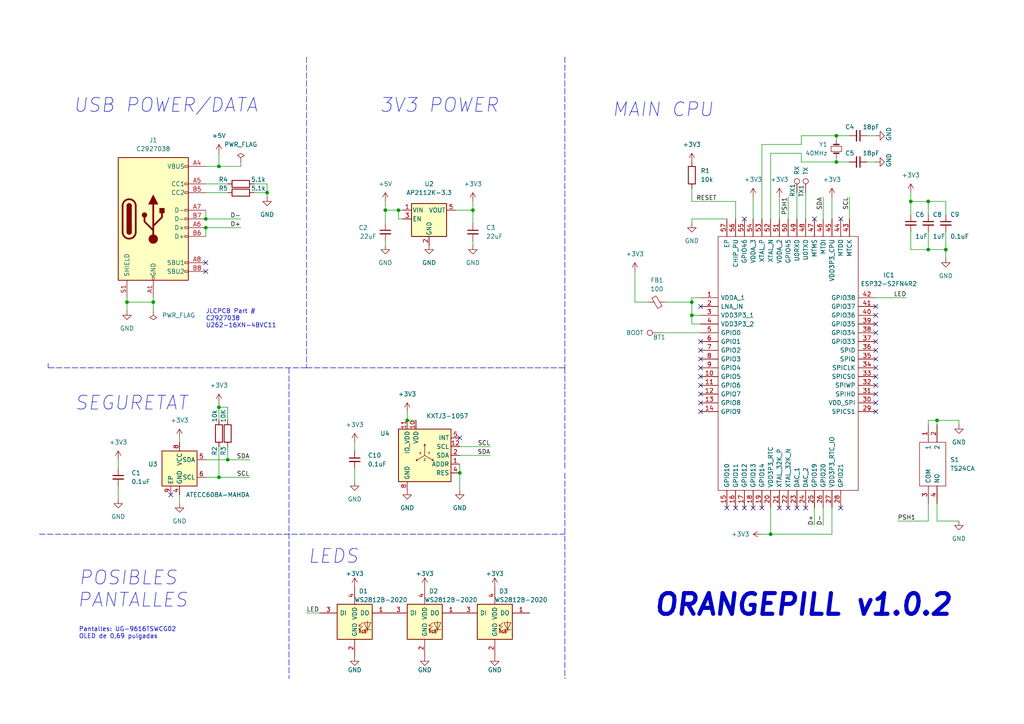
<source format=kicad_sch>
(kicad_sch (version 20211123) (generator eeschema)
  (paper "A4")
  (title_block (title "OrangePill") (date "2022-08-24") (rev "1.0") (company "ElectroLabs"))
  (lib_symbols
    (symbol "Connector:TestPoint" (pin_numbers hide) (pin_names (offset 0.762) hide)
      (property "Reference" "TP" (at 0 6.858 0))
      (property "Value" "TestPoint" (at 0 5.08 0))
      (symbol "TestPoint_0_1"
        (circle (center 0 3.302) (radius 0.762))
      )
      (symbol "TestPoint_1_1"
        (pin passive line (at 0 0 90) (length 2.54) (name "1") (number "1"))
      )
    )
    (symbol "Connector:USB_C_Receptacle_USB2.0" (pin_names (offset 1.016))
      (property "Reference" "J" (at -10.16 19.05 0))
      (property "Value" "USB_C_Receptacle_USB2.0" (at 19.05 19.05 0))
      (symbol "USB_C_Receptacle_USB2.0_0_0"
        (rectangle (start -0.254 -17.78) (end 0.254 -16.764))
        (rectangle (start 10.16 -14.986) (end 9.144 -15.494))
        (rectangle (start 10.16 -12.446) (end 9.144 -12.954))
        (rectangle (start 10.16 -4.826) (end 9.144 -5.334))
        (rectangle (start 10.16 -2.286) (end 9.144 -2.794))
        (rectangle (start 10.16 0.254) (end 9.144 -0.254))
        (rectangle (start 10.16 2.794) (end 9.144 2.286))
        (rectangle (start 10.16 7.874) (end 9.144 7.366))
        (rectangle (start 10.16 10.414) (end 9.144 9.906))
        (rectangle (start 10.16 15.494) (end 9.144 14.986))
      )
      (symbol "USB_C_Receptacle_USB2.0_0_1"
        (rectangle (start -10.16 17.78) (end 10.16 -17.78) (stroke (width 0.254)) (fill (type background)))
        (arc (start -8.89 -3.81) (mid -6.985 -5.715) (end -5.08 -3.81) (stroke (width 0.508)))
        (arc (start -7.62 -3.81) (mid -6.985 -4.445) (end -6.35 -3.81) (stroke (width 0.254)))
        (arc (start -7.62 -3.81) (mid -6.985 -4.445) (end -6.35 -3.81) (stroke (width 0.254)) (fill (type outline)))
        (rectangle (start -7.62 -3.81) (end -6.35 3.81) (stroke (width 0.254)) (fill (type outline)))
        (arc (start -6.35 3.81) (mid -6.985 4.445) (end -7.62 3.81) (stroke (width 0.254)))
        (arc (start -6.35 3.81) (mid -6.985 4.445) (end -7.62 3.81) (stroke (width 0.254)) (fill (type outline)))
        (arc (start -5.08 3.81) (mid -6.985 5.715) (end -8.89 3.81) (stroke (width 0.508)))
        (circle (center -2.54 1.143) (radius 0.635) (stroke (width 0.254)) (fill (type outline)))
        (circle (center 0 -5.842) (radius 1.27) (fill (type outline)))
        (polyline (pts (xy -8.89 -3.81) (xy -8.89 3.81)) (stroke (width 0.508)))
        (polyline (pts (xy -5.08 3.81) (xy -5.08 -3.81)) (stroke (width 0.508)))
        (polyline (pts (xy 0 -5.842) (xy 0 4.318)) (stroke (width 0.508)))
        (polyline (pts (xy 0 -3.302) (xy -2.54 -0.762) (xy -2.54 0.508)) (stroke (width 0.508)))
        (polyline (pts (xy 0 -2.032) (xy 2.54 0.508) (xy 2.54 1.778)) (stroke (width 0.508)))
        (polyline (pts (xy -1.27 4.318) (xy 0 6.858) (xy 1.27 4.318) (xy -1.27 4.318)) (stroke (width 0.254)) (fill (type outline)))
        (rectangle (start 1.905 1.778) (end 3.175 3.048) (stroke (width 0.254)) (fill (type outline)))
      )
      (symbol "USB_C_Receptacle_USB2.0_1_1"
        (pin passive line (at 0 -22.86 90) (length 5.08) (name "GND") (number "A1"))
        (pin passive line (at 0 -22.86 90) (length 5.08) hide (name "GND") (number "A12"))
        (pin passive line (at 15.24 15.24 180) (length 5.08) (name "VBUS") (number "A4"))
        (pin bidirectional line (at 15.24 10.16 180) (length 5.08) (name "CC1") (number "A5"))
        (pin bidirectional line (at 15.24 -2.54 180) (length 5.08) (name "D+") (number "A6"))
        (pin bidirectional line (at 15.24 2.54 180) (length 5.08) (name "D-") (number "A7"))
        (pin bidirectional line (at 15.24 -12.7 180) (length 5.08) (name "SBU1") (number "A8"))
        (pin passive line (at 15.24 15.24 180) (length 5.08) hide (name "VBUS") (number "A9"))
        (pin passive line (at 0 -22.86 90) (length 5.08) hide (name "GND") (number "B1"))
        (pin passive line (at 0 -22.86 90) (length 5.08) hide (name "GND") (number "B12"))
        (pin passive line (at 15.24 15.24 180) (length 5.08) hide (name "VBUS") (number "B4"))
        (pin bidirectional line (at 15.24 7.62 180) (length 5.08) (name "CC2") (number "B5"))
        (pin bidirectional line (at 15.24 -5.08 180) (length 5.08) (name "D+") (number "B6"))
        (pin bidirectional line (at 15.24 0 180) (length 5.08) (name "D-") (number "B7"))
        (pin bidirectional line (at 15.24 -15.24 180) (length 5.08) (name "SBU2") (number "B8"))
        (pin passive line (at 15.24 15.24 180) (length 5.08) hide (name "VBUS") (number "B9"))
        (pin passive line (at -7.62 -22.86 90) (length 5.08) (name "SHIELD") (number "S1"))
      )
    )
    (symbol "Device:C_Small" (pin_numbers hide) (pin_names (offset 0.254) hide)
      (property "Reference" "C" (at 0.254 1.778 0))
      (property "Value" "C_Small" (at 0.254 -2.032 0))
      (symbol "C_Small_0_1"
        (polyline (pts (xy -1.524 -0.508) (xy 1.524 -0.508)) (stroke (width 0.3302)))
        (polyline (pts (xy -1.524 0.508) (xy 1.524 0.508)) (stroke (width 0.3048)))
      )
      (symbol "C_Small_1_1"
        (pin passive line (at 0 2.54 270) (length 2.032) (name "~") (number "1"))
        (pin passive line (at 0 -2.54 90) (length 2.032) (name "~") (number "2"))
      )
    )
    (symbol "Device:Crystal_Small" (pin_numbers hide) (pin_names (offset 1.016) hide)
      (property "Reference" "Y" (at 0 2.54 0))
      (property "Value" "Crystal_Small" (at 0 -2.54 0))
      (symbol "Crystal_Small_0_1"
        (rectangle (start -0.762 -1.524) (end 0.762 1.524))
        (polyline (pts (xy -1.27 -0.762) (xy -1.27 0.762)) (stroke (width 0.381)))
        (polyline (pts (xy 1.27 -0.762) (xy 1.27 0.762)) (stroke (width 0.381)))
      )
      (symbol "Crystal_Small_1_1"
        (pin passive line (at -2.54 0 0) (length 1.27) (name "1") (number "1"))
        (pin passive line (at 2.54 0 180) (length 1.27) (name "2") (number "2"))
      )
    )
    (symbol "Device:FerriteBead_Small" (pin_numbers hide) (pin_names (offset 0))
      (property "Reference" "FB" (at 1.905 1.27 0))
      (property "Value" "FerriteBead_Small" (at 1.905 -1.27 0))
      (symbol "FerriteBead_Small_0_1"
        (polyline (pts (xy 0 -1.27) (xy 0 -0.7874)))
        (polyline (pts (xy 0 0.889) (xy 0 1.2954)))
        (polyline (pts (xy -1.8288 0.2794) (xy -1.1176 1.4986) (xy 1.8288 -0.2032) (xy 1.1176 -1.4224) (xy -1.8288 0.2794)))
      )
      (symbol "FerriteBead_Small_1_1"
        (pin passive line (at 0 2.54 270) (length 1.27) (name "~") (number "1"))
        (pin passive line (at 0 -2.54 90) (length 1.27) (name "~") (number "2"))
      )
    )
    (symbol "Device:R" (pin_numbers hide) (pin_names (offset 0))
      (property "Reference" "R" (at 2.032 0 90))
      (property "Value" "R" (at 0 0 90))
      (symbol "R_0_1"
        (rectangle (start -1.016 -2.54) (end 1.016 2.54) (stroke (width 0.254)))
      )
      (symbol "R_1_1"
        (pin passive line (at 0 3.81 270) (length 1.27) (name "~") (number "1"))
        (pin passive line (at 0 -3.81 90) (length 1.27) (name "~") (number "2"))
      )
    )
    (symbol "ESP32-S2FN4:ESP32-S2FN4R2" (pin_names (offset 0.762))
      (property "Reference" "IC" (at 46.99 22.86 0))
      (property "Value" "ESP32-S2FN4R2" (at 46.99 20.32 0))
      (symbol "ESP32-S2FN4R2_0_0"
        (pin passive line (at 0 0 0) (length 5.08) (name "VDDA_1") (number "1"))
        (pin passive line (at 0 -22.86 0) (length 5.08) (name "GPIO5") (number "10"))
        (pin passive line (at 0 -25.4 0) (length 5.08) (name "GPIO6") (number "11"))
        (pin passive line (at 0 -27.94 0) (length 5.08) (name "GPIO7") (number "12"))
        (pin passive line (at 0 -30.48 0) (length 5.08) (name "GPIO8") (number "13"))
        (pin passive line (at 0 -33.02 0) (length 5.08) (name "GPIO9") (number "14"))
        (pin passive line (at 7.62 -60.96 90) (length 5.08) (name "GPIO10") (number "15"))
        (pin passive line (at 10.16 -60.96 90) (length 5.08) (name "GPIO11") (number "16"))
        (pin passive line (at 12.7 -60.96 90) (length 5.08) (name "GPIO12") (number "17"))
        (pin passive line (at 15.24 -60.96 90) (length 5.08) (name "GPIO13") (number "18"))
        (pin passive line (at 17.78 -60.96 90) (length 5.08) (name "GPIO14") (number "19"))
        (pin passive line (at 0 -2.54 0) (length 5.08) (name "LNA_IN") (number "2"))
        (pin passive line (at 20.32 -60.96 90) (length 5.08) (name "VDD3P3_RTC") (number "20"))
        (pin passive line (at 22.86 -60.96 90) (length 5.08) (name "XTAL_32K_P") (number "21"))
        (pin passive line (at 25.4 -60.96 90) (length 5.08) (name "XTAL_32K_N") (number "22"))
        (pin passive line (at 27.94 -60.96 90) (length 5.08) (name "DAC_1") (number "23"))
        (pin passive line (at 30.48 -60.96 90) (length 5.08) (name "DAC_2") (number "24"))
        (pin passive line (at 33.02 -60.96 90) (length 5.08) (name "GPIO19") (number "25"))
        (pin passive line (at 35.56 -60.96 90) (length 5.08) (name "GPIO20") (number "26"))
        (pin passive line (at 38.1 -60.96 90) (length 5.08) (name "VDD3P3_RTC_IO") (number "27"))
        (pin passive line (at 40.64 -60.96 90) (length 5.08) (name "GPIO21") (number "28"))
        (pin passive line (at 50.8 -33.02 180) (length 5.08) (name "SPICS1") (number "29"))
        (pin passive line (at 0 -5.08 0) (length 5.08) (name "VDD3P3_1") (number "3"))
        (pin passive line (at 50.8 -30.48 180) (length 5.08) (name "VDD_SPI") (number "30"))
        (pin passive line (at 50.8 -27.94 180) (length 5.08) (name "SPIHD") (number "31"))
        (pin passive line (at 50.8 -25.4 180) (length 5.08) (name "SPIWP") (number "32"))
        (pin passive line (at 50.8 -22.86 180) (length 5.08) (name "SPICS0") (number "33"))
        (pin passive line (at 50.8 -20.32 180) (length 5.08) (name "SPICLK") (number "34"))
        (pin passive line (at 50.8 -17.78 180) (length 5.08) (name "SPIQ") (number "35"))
        (pin passive line (at 50.8 -15.24 180) (length 5.08) (name "SPID") (number "36"))
        (pin passive line (at 50.8 -12.7 180) (length 5.08) (name "GPIO33") (number "37"))
        (pin passive line (at 50.8 -10.16 180) (length 5.08) (name "GPIO34") (number "38"))
        (pin passive line (at 50.8 -7.62 180) (length 5.08) (name "GPIO35") (number "39"))
        (pin passive line (at 0 -7.62 0) (length 5.08) (name "VDD3P3_2") (number "4"))
        (pin passive line (at 50.8 -5.08 180) (length 5.08) (name "GPIO36") (number "40"))
        (pin passive line (at 50.8 -2.54 180) (length 5.08) (name "GPIO37") (number "41"))
        (pin passive line (at 50.8 0 180) (length 5.08) (name "GPIO38") (number "42"))
        (pin passive line (at 43.18 22.86 270) (length 5.08) (name "MTCK") (number "43"))
        (pin passive line (at 40.64 22.86 270) (length 5.08) (name "MTD0") (number "44"))
        (pin passive line (at 38.1 22.86 270) (length 5.08) (name "VDD3P3_CPU") (number "45"))
        (pin passive line (at 35.56 22.86 270) (length 5.08) (name "MTDI") (number "46"))
        (pin passive line (at 33.02 22.86 270) (length 5.08) (name "MTMS") (number "47"))
        (pin passive line (at 30.48 22.86 270) (length 5.08) (name "U0TXD") (number "48"))
        (pin passive line (at 27.94 22.86 270) (length 5.08) (name "U0RXD") (number "49"))
        (pin passive line (at 0 -10.16 0) (length 5.08) (name "GPIO0") (number "5"))
        (pin passive line (at 25.4 22.86 270) (length 5.08) (name "GPIO45") (number "50"))
        (pin passive line (at 22.86 22.86 270) (length 5.08) (name "VDDA_2") (number "51"))
        (pin passive line (at 20.32 22.86 270) (length 5.08) (name "XTAL_N") (number "52"))
        (pin passive line (at 17.78 22.86 270) (length 5.08) (name "XTAL_P") (number "53"))
        (pin passive line (at 15.24 22.86 270) (length 5.08) (name "VDDA_3") (number "54"))
        (pin passive line (at 12.7 22.86 270) (length 5.08) (name "GPIO46") (number "55"))
        (pin passive line (at 10.16 22.86 270) (length 5.08) (name "CHIP_PU") (number "56"))
        (pin passive line (at 7.62 22.86 270) (length 5.08) (name "EP") (number "57"))
        (pin passive line (at 0 -12.7 0) (length 5.08) (name "GPIO1") (number "6"))
        (pin passive line (at 0 -15.24 0) (length 5.08) (name "GPIO2") (number "7"))
        (pin passive line (at 0 -17.78 0) (length 5.08) (name "GPIO3") (number "8"))
        (pin passive line (at 0 -20.32 0) (length 5.08) (name "GPIO4") (number "9"))
      )
      (symbol "ESP32-S2FN4R2_0_1"
        (polyline (pts (xy 5.08 17.78) (xy 45.72 17.78) (xy 45.72 -55.88) (xy 5.08 -55.88) (xy 5.08 17.78)) (stroke (width 0.1524)))
      )
    )
    (symbol "Regulator_Linear:AP2112K-3.3" (pin_names (offset 0.254))
      (property "Reference" "U" (at -5.08 5.715 0))
      (property "Value" "AP2112K-3.3" (at 0 5.715 0))
      (symbol "AP2112K-3.3_0_1"
        (rectangle (start -5.08 4.445) (end 5.08 -5.08) (stroke (width 0.254)) (fill (type background)))
      )
      (symbol "AP2112K-3.3_1_1"
        (pin power_in line (at -7.62 2.54 0) (length 2.54) (name "VIN") (number "1"))
        (pin power_in line (at 0 -7.62 90) (length 2.54) (name "GND") (number "2"))
        (pin input line (at -7.62 0 0) (length 2.54) (name "EN") (number "3"))
        (pin no_connect line (at 5.08 0 180) (length 2.54) hide (name "NC") (number "4"))
        (pin power_out line (at 7.62 2.54 180) (length 2.54) (name "VOUT") (number "5"))
      )
    )
    (symbol "Security:ATECC608A-MAHDA"
      (property "Reference" "U" (at 3.81 6.35 0))
      (property "Value" "ATECC608A-MAHDA" (at 10.16 -6.35 0))
      (symbol "ATECC608A-MAHDA_0_1"
        (rectangle (start -5.08 5.08) (end 5.08 -5.08) (stroke (width 0.254)) (fill (type background)))
      )
      (symbol "ATECC608A-MAHDA_1_1"
        (pin power_in line (at 0 -7.62 90) (length 2.54) (name "GND") (number "4"))
        (pin bidirectional line (at 7.62 2.54 180) (length 2.54) (name "SDA") (number "5"))
        (pin input line (at 7.62 -2.54 180) (length 2.54) (name "SCL") (number "6"))
        (pin power_in line (at 0 7.62 270) (length 2.54) (name "VCC") (number "8"))
        (pin input line (at -2.54 -7.62 90) (length 2.54) (name "EP") (number "9"))
      )
    )
    (symbol "Sensor_Motion:KXTJ3-1057"
      (property "Reference" "U" (at -1.27 11.43 0))
      (property "Value" "KXTJ3-1057" (at -1.27 8.89 0))
      (symbol "KXTJ3-1057_0_0"
        (text "X" (at -1.27 0.635 0) (effects (font (size 0.635 0.635) bold)))
        (text "Y" (at 1.27 0.635 0) (effects (font (size 0.635 0.635) bold)))
        (text "Z" (at 0 -1.27 0) (effects (font (size 0.635 0.635) bold)))
      )
      (symbol "KXTJ3-1057_0_1"
        (rectangle (start -7.62 7.62) (end 7.62 -7.62) (stroke (width 0.254)) (fill (type background)))
        (polyline (pts (xy 0 0) (xy 0 3.302) (xy 0.254 2.794) (xy 0 3.302) (xy -0.254 2.794) (xy 0 3.302) (xy 0 0) (xy 2.54 -1.524) (xy 2.286 -1.016) (xy 2.54 -1.524) (xy 2.032 -1.524) (xy 2.54 -1.524) (xy 0 0) (xy -2.54 -1.524) (xy -2.286 -1.016) (xy -2.54 -1.524) (xy -2.032 -1.524)))
      )
      (symbol "KXTJ3-1057_1_1"
        (pin input line (at 10.16 -2.54 180) (length 2.54) (name "ADDR") (number "1"))
        (pin power_in line (at -2.54 10.16 270) (length 2.54) (name "VDD") (number "10"))
        (pin power_in line (at -5.08 10.16 270) (length 2.54) (name "IO_VDD") (number "11"))
        (pin input line (at 10.16 2.54 180) (length 2.54) (name "SCL") (number "12"))
        (pin bidirectional line (at 10.16 0 180) (length 2.54) (name "SDA") (number "2"))
        (pin passive line (at -5.08 10.16 270) (length 2.54) hide (name "IO_VDD") (number "3"))
        (pin passive line (at 10.16 -5.08 180) (length 2.54) (name "RES") (number "4"))
        (pin output line (at 10.16 5.08 180) (length 2.54) (name "INT") (number "5"))
        (pin passive line (at -5.08 -10.16 90) (length 2.54) hide (name "GND") (number "6"))
        (pin passive line (at -2.54 10.16 270) (length 2.54) hide (name "VDD") (number "7"))
        (pin power_in line (at -5.08 -10.16 90) (length 2.54) (name "GND") (number "8"))
        (pin passive line (at -5.08 -10.16 90) (length 2.54) hide (name "GND") (number "9"))
      )
    )
    (symbol "TS24CA:TS24CA" (pin_names (offset 0.762))
      (property "Reference" "S" (at 19.05 7.62 0))
      (property "Value" "TS24CA" (at 19.05 5.08 0))
      (symbol "TS24CA_0_0"
        (pin passive line (at 22.86 0 180) (length 5.08) (name "1") (number "1"))
        (pin passive line (at 22.86 -2.54 180) (length 5.08) (name "2") (number "2"))
        (pin passive line (at 0 0 0) (length 5.08) (name "COM") (number "3"))
        (pin passive line (at 0 -2.54 0) (length 5.08) (name "NO") (number "4"))
      )
      (symbol "TS24CA_0_1"
        (polyline (pts (xy 5.08 2.54) (xy 17.78 2.54) (xy 17.78 -5.08) (xy 5.08 -5.08) (xy 5.08 2.54)) (stroke (width 0.1524)))
      )
    )
    (symbol "WS2812B-2020_1" (pin_names (offset 0.762))
      (property "Reference" "LED" (at 21.59 7.62 0))
      (property "Value" "WS2812B-2020_1" (at 21.59 5.08 0))
      (symbol "WS2812B-2020_1_0_0"
        (text "RGB" (at 12.446 -4.191 0) (effects (font (size 0.762 0.762))))
        (pin passive line (at 20.32 1.27 180) (length 5.08) (name "DO") (number "1"))
        (pin passive line (at 10.16 -11.43 90) (length 5.08) (name "GND") (number "2"))
        (pin passive line (at 0 1.27 0) (length 5.08) (name "DI") (number "3"))
        (pin passive line (at 10.16 8.89 270) (length 5.08) (name "VDD") (number "4"))
      )
      (symbol "WS2812B-2020_1_0_1"
        (polyline (pts (xy 11.43 -3.556) (xy 11.938 -3.556)))
        (polyline (pts (xy 11.43 -2.54) (xy 11.938 -2.54)))
        (polyline (pts (xy 14.859 -3.556) (xy 12.827 -3.556)))
        (polyline (pts (xy 12.446 -2.54) (xy 11.43 -3.556) (xy 11.43 -3.048)))
        (polyline (pts (xy 12.446 -1.524) (xy 11.43 -2.54) (xy 11.43 -2.032)))
        (polyline (pts (xy 13.843 -1.016) (xy 13.843 -3.556) (xy 13.843 -4.064)))
        (polyline (pts (xy 14.859 -1.524) (xy 12.827 -1.524) (xy 13.843 -3.556) (xy 14.859 -1.524)))
        (rectangle (start 5.08 3.81) (end 15.24 -6.35) (stroke (width 0.254)) (fill (type background)))
      )
    )
    (symbol "power:+3V3" (power) (pin_names (offset 0))
      (property "Value" "+3V3" (at 0 3.556 0))
      (symbol "+3V3_0_1"
        (polyline (pts (xy -0.762 1.27) (xy 0 2.54)))
        (polyline (pts (xy 0 0) (xy 0 2.54)))
        (polyline (pts (xy 0 2.54) (xy 0.762 1.27)))
      )
      (symbol "+3V3_1_1"
        (pin power_in line (at 0 0 90) (length 0) hide (name "+3V3") (number "1"))
      )
    )
    (symbol "power:+5V" (power) (pin_names (offset 0))
      (property "Value" "+5V" (at 0 3.556 0))
      (symbol "+5V_0_1"
        (polyline (pts (xy -0.762 1.27) (xy 0 2.54)))
        (polyline (pts (xy 0 0) (xy 0 2.54)))
        (polyline (pts (xy 0 2.54) (xy 0.762 1.27)))
      )
      (symbol "+5V_1_1"
        (pin power_in line (at 0 0 90) (length 0) hide (name "+5V") (number "1"))
      )
    )
    (symbol "power:GND" (power) (pin_names (offset 0))
      (property "Value" "GND" (at 0 -3.81 0))
      (symbol "GND_0_1"
        (polyline (pts (xy 0 0) (xy 0 -1.27) (xy 1.27 -1.27) (xy 0 -2.54) (xy -1.27 -1.27) (xy 0 -1.27)))
      )
      (symbol "GND_1_1"
        (pin power_in line (at 0 0 270) (length 0) hide (name "GND") (number "1"))
      )
    )
    (symbol "power:PWR_FLAG" (power) (pin_numbers hide) (pin_names (offset 0) hide)
      (property "Value" "PWR_FLAG" (at 0 3.81 0))
      (symbol "PWR_FLAG_0_0"
        (pin power_out line (at 0 0 90) (length 0) (name "pwr") (number "1"))
      )
      (symbol "PWR_FLAG_0_1"
        (polyline (pts (xy 0 0) (xy 0 1.27) (xy -1.016 1.905) (xy 0 2.54) (xy 1.016 1.905) (xy 0 1.27)))
      )
    )
  )
  (junction (at 59.69 66.04))
  (junction (at 269.24 58.42))
  (junction (at 264.16 58.42))
  (junction (at 274.32 72.39))
  (junction (at 66.04 133.35))
  (junction (at 63.5 118.11))
  (junction (at 115.57 60.96))
  (junction (at 137.16 60.96))
  (junction (at 63.5 48.26))
  (junction (at 200.66 87.63))
  (junction (at 59.69 63.5))
  (junction (at 133.35 137.16))
  (junction (at 242.57 46.99))
  (junction (at 63.5 138.43))
  (junction (at 44.45 87.63))
  (junction (at 118.11 121.92))
  (junction (at 77.47 55.88))
  (junction (at 36.83 87.63))
  (junction (at 269.24 72.39))
  (junction (at 271.78 121.92))
  (junction (at 111.76 60.96))
  (junction (at 200.66 91.44))
  (junction (at 242.57 39.37))
  (junction (at 223.52 154.94))
  (no_connect (at 215.9 147.32))
  (no_connect (at 213.36 147.32))
  (no_connect (at 210.82 147.32))
  (no_connect (at 203.2 106.68))
  (no_connect (at 203.2 109.22))
  (no_connect (at 203.2 111.76))
  (no_connect (at 203.2 116.84))
  (no_connect (at 203.2 114.3))
  (no_connect (at 203.2 119.38))
  (no_connect (at 215.9 63.5))
  (no_connect (at 243.84 63.5))
  (no_connect (at 236.22 63.5))
  (no_connect (at 254 88.9))
  (no_connect (at 254 119.38))
  (no_connect (at 254 116.84))
  (no_connect (at 254 114.3))
  (no_connect (at 254 111.76))
  (no_connect (at 254 106.68))
  (no_connect (at 254 109.22))
  (no_connect (at 254 96.52))
  (no_connect (at 254 104.14))
  (no_connect (at 254 93.98))
  (no_connect (at 254 99.06))
  (no_connect (at 254 101.6))
  (no_connect (at 254 91.44))
  (no_connect (at 231.14 147.32))
  (no_connect (at 226.06 147.32))
  (no_connect (at 228.6 147.32))
  (no_connect (at 233.68 147.32))
  (no_connect (at 243.84 147.32))
  (no_connect (at 59.69 76.2))
  (no_connect (at 59.69 78.74))
  (no_connect (at 133.35 127))
  (no_connect (at 203.2 104.14))
  (no_connect (at 203.2 99.06))
  (no_connect (at 203.2 101.6))
  (no_connect (at 203.2 88.9))
  (no_connect (at 49.53 143.51))
  (no_connect (at 218.44 147.32))
  (no_connect (at 220.98 147.32))
  (wire (pts (xy 118.11 119.38) (xy 118.11 121.92)))
  (polyline (pts (xy 11.43 154.94) (xy 163.83 154.94)))
  (wire (pts (xy 63.5 116.84) (xy 63.5 118.11)))
  (wire (pts (xy 269.24 121.92) (xy 269.24 123.19)))
  (wire (pts (xy 66.04 133.35) (xy 72.39 133.35)))
  (wire (pts (xy 269.24 67.31) (xy 269.24 72.39)))
  (wire (pts (xy 52.07 143.51) (xy 52.07 146.05)))
  (wire (pts (xy 200.66 86.36) (xy 203.2 86.36)))
  (wire (pts (xy 242.57 45.72) (xy 242.57 46.99)))
  (wire (pts (xy 133.35 132.08) (xy 142.24 132.08)))
  (wire (pts (xy 137.16 69.85) (xy 137.16 71.12)))
  (wire (pts (xy 271.78 146.05) (xy 271.78 151.13)))
  (polyline (pts (xy 83.82 106.68) (xy 83.82 196.85)))
  (wire (pts (xy 59.69 66.04) (xy 59.69 68.58)))
  (wire (pts (xy 115.57 60.96) (xy 115.57 63.5)))
  (wire (pts (xy 254 86.36) (xy 262.89 86.36)))
  (wire (pts (xy 63.5 118.11) (xy 63.5 121.92)))
  (wire (pts (xy 269.24 121.92) (xy 271.78 121.92)))
  (wire (pts (xy 232.41 39.37) (xy 242.57 39.37)))
  (polyline (pts (xy 88.9 16.51) (xy 88.9 106.68)))
  (wire (pts (xy 269.24 146.05) (xy 269.24 151.13)))
  (wire (pts (xy 191.77 96.52) (xy 203.2 96.52)))
  (wire (pts (xy 246.38 46.99) (xy 242.57 46.99)))
  (wire (pts (xy 223.52 154.94) (xy 241.3 154.94)))
  (wire (pts (xy 220.98 41.91) (xy 220.98 63.5)))
  (wire (pts (xy 115.57 63.5) (xy 116.84 63.5)))
  (wire (pts (xy 63.5 48.26) (xy 69.85 48.26)))
  (wire (pts (xy 264.16 58.42) (xy 269.24 58.42)))
  (wire (pts (xy 115.57 60.96) (xy 116.84 60.96)))
  (wire (pts (xy 220.98 41.91) (xy 232.41 41.91)))
  (wire (pts (xy 269.24 58.42) (xy 274.32 58.42)))
  (wire (pts (xy 200.66 91.44) (xy 203.2 91.44)))
  (wire (pts (xy 184.15 87.63) (xy 184.15 78.74)))
  (wire (pts (xy 241.3 154.94) (xy 241.3 147.32)))
  (wire (pts (xy 271.78 121.92) (xy 278.13 121.92)))
  (wire (pts (xy 137.16 58.42) (xy 137.16 60.96)))
  (wire (pts (xy 246.38 39.37) (xy 242.57 39.37)))
  (wire (pts (xy 200.66 58.42) (xy 213.36 58.42)))
  (wire (pts (xy 200.66 87.63) (xy 200.66 91.44)))
  (wire (pts (xy 260.35 151.13) (xy 269.24 151.13)))
  (polyline (pts (xy 163.83 137.16) (xy 163.83 196.85)))
  (wire (pts (xy 232.41 46.99) (xy 232.41 44.45)))
  (wire (pts (xy 59.69 138.43) (xy 63.5 138.43)))
  (wire (pts (xy 274.32 72.39) (xy 269.24 72.39)))
  (wire (pts (xy 200.66 93.98) (xy 200.66 91.44)))
  (polyline (pts (xy 163.83 106.68) (xy 163.83 135.89)))
  (wire (pts (xy 187.96 87.63) (xy 184.15 87.63)))
  (wire (pts (xy 66.04 118.11) (xy 66.04 121.92)))
  (wire (pts (xy 44.45 87.63) (xy 36.83 87.63)))
  (wire (pts (xy 63.5 129.54) (xy 63.5 138.43)))
  (wire (pts (xy 274.32 74.93) (xy 274.32 72.39)))
  (wire (pts (xy 264.16 72.39) (xy 264.16 67.31)))
  (wire (pts (xy 242.57 39.37) (xy 242.57 40.64)))
  (wire (pts (xy 63.5 138.43) (xy 72.39 138.43)))
  (wire (pts (xy 88.9 177.8) (xy 92.71 177.8)))
  (wire (pts (xy 236.22 147.32) (xy 236.22 152.4)))
  (wire (pts (xy 132.08 60.96) (xy 137.16 60.96)))
  (wire (pts (xy 44.45 86.36) (xy 44.45 87.63)))
  (wire (pts (xy 59.69 66.04) (xy 69.85 66.04)))
  (wire (pts (xy 274.32 67.31) (xy 274.32 72.39)))
  (polyline (pts (xy 13.97 106.68) (xy 13.97 105.41)))
  (wire (pts (xy 242.57 46.99) (xy 232.41 46.99)))
  (wire (pts (xy 111.76 60.96) (xy 115.57 60.96)))
  (wire (pts (xy 102.87 135.89) (xy 102.87 139.7)))
  (wire (pts (xy 133.35 129.54) (xy 142.24 129.54)))
  (wire (pts (xy 77.47 55.88) (xy 77.47 57.15)))
  (wire (pts (xy 59.69 133.35) (xy 66.04 133.35)))
  (wire (pts (xy 44.45 87.63) (xy 44.45 90.17)))
  (wire (pts (xy 223.52 44.45) (xy 223.52 63.5)))
  (wire (pts (xy 59.69 53.34) (xy 66.04 53.34)))
  (wire (pts (xy 223.52 154.94) (xy 223.52 147.32)))
  (wire (pts (xy 271.78 121.92) (xy 271.78 123.19)))
  (wire (pts (xy 228.6 57.15) (xy 228.6 63.5)))
  (wire (pts (xy 223.52 44.45) (xy 232.41 44.45)))
  (wire (pts (xy 118.11 121.92) (xy 120.65 121.92)))
  (wire (pts (xy 111.76 71.12) (xy 111.76 69.85)))
  (wire (pts (xy 200.66 87.63) (xy 193.04 87.63)))
  (wire (pts (xy 63.5 118.11) (xy 66.04 118.11)))
  (wire (pts (xy 34.29 140.97) (xy 34.29 144.78)))
  (wire (pts (xy 278.13 121.92) (xy 278.13 123.19)))
  (wire (pts (xy 34.29 133.35) (xy 34.29 135.89)))
  (wire (pts (xy 226.06 57.15) (xy 226.06 63.5)))
  (polyline (pts (xy 163.83 16.51) (xy 163.83 106.68)))
  (wire (pts (xy 36.83 87.63) (xy 36.83 90.17)))
  (wire (pts (xy 133.35 134.62) (xy 133.35 137.16)))
  (wire (pts (xy 59.69 63.5) (xy 69.85 63.5)))
  (wire (pts (xy 218.44 57.15) (xy 218.44 63.5)))
  (wire (pts (xy 264.16 58.42) (xy 264.16 62.23)))
  (wire (pts (xy 271.78 151.13) (xy 278.13 151.13)))
  (wire (pts (xy 63.5 48.26) (xy 63.5 44.45)))
  (wire (pts (xy 200.66 54.61) (xy 200.66 58.42)))
  (wire (pts (xy 233.68 55.88) (xy 233.68 63.5)))
  (wire (pts (xy 238.76 63.5) (xy 238.76 57.15)))
  (wire (pts (xy 246.38 57.15) (xy 246.38 63.5)))
  (wire (pts (xy 102.87 128.27) (xy 102.87 130.81)))
  (wire (pts (xy 36.83 86.36) (xy 36.83 87.63)))
  (wire (pts (xy 200.66 86.36) (xy 200.66 87.63)))
  (wire (pts (xy 73.66 53.34) (xy 77.47 53.34)))
  (wire (pts (xy 254 39.37) (xy 251.46 39.37)))
  (polyline (pts (xy 88.9 106.68) (xy 13.97 106.68)))
  (polyline (pts (xy 88.9 106.68) (xy 163.83 106.68)))
  (wire (pts (xy 200.66 93.98) (xy 203.2 93.98)))
  (wire (pts (xy 232.41 41.91) (xy 232.41 39.37)))
  (wire (pts (xy 220.98 154.94) (xy 223.52 154.94)))
  (wire (pts (xy 59.69 55.88) (xy 66.04 55.88)))
  (wire (pts (xy 269.24 72.39) (xy 264.16 72.39)))
  (wire (pts (xy 69.85 48.26) (xy 69.85 46.99)))
  (wire (pts (xy 137.16 60.96) (xy 137.16 64.77)))
  (wire (pts (xy 77.47 53.34) (xy 77.47 55.88)))
  (wire (pts (xy 200.66 63.5) (xy 200.66 64.77)))
  (wire (pts (xy 52.07 127) (xy 52.07 128.27)))
  (wire (pts (xy 73.66 55.88) (xy 77.47 55.88)))
  (wire (pts (xy 231.14 55.88) (xy 231.14 63.5)))
  (wire (pts (xy 210.82 63.5) (xy 200.66 63.5)))
  (wire (pts (xy 59.69 48.26) (xy 63.5 48.26)))
  (wire (pts (xy 133.35 137.16) (xy 133.35 142.24)))
  (wire (pts (xy 213.36 58.42) (xy 213.36 63.5)))
  (wire (pts (xy 111.76 58.42) (xy 111.76 60.96)))
  (wire (pts (xy 238.76 147.32) (xy 238.76 152.4)))
  (wire (pts (xy 59.69 60.96) (xy 59.69 63.5)))
  (wire (pts (xy 264.16 55.88) (xy 264.16 58.42)))
  (wire (pts (xy 111.76 60.96) (xy 111.76 64.77)))
  (wire (pts (xy 241.3 57.15) (xy 241.3 63.5)))
  (wire (pts (xy 269.24 58.42) (xy 269.24 62.23)))
  (wire (pts (xy 274.32 58.42) (xy 274.32 62.23)))
  (wire (pts (xy 66.04 129.54) (xy 66.04 133.35)))
  (wire (pts (xy 254 46.99) (xy 251.46 46.99)))
  (text "ORANGEPILL v1.0.2\n" (at 189.23 179.07 0) (effects (font (size 6 6) (thickness 1.2) bold italic) (justify left bottom)))
  (text "POSIBLES \nPANTALLES" (at 54.61 176.53 180) (effects (font (size 4 4) italic) (justify right bottom)))
  (text "JLCPCB Part #\nC2927038\nU262-16XN-4BVC11" (at 59.69 95.25 0) (effects (font (size 1.27 1.27)) (justify left bottom)))
  (text "LEDS" (at 104.14 163.83 180) (effects (font (size 4 4) italic) (justify right bottom)))
  (text "Pantalles: UG-9616TSWCG02\nOLED de 0,69 pulgadas" (at 22.86 185.42 0) (effects (font (size 1.27 1.27)) (justify left bottom)))
  (text "SEGURETAT" (at 54.61 119.38 180) (effects (font (size 4 4) italic) (justify right bottom)))
  (text "MAIN CPU" (at 207.01 34.29 180) (effects (font (size 4 4) italic) (justify right bottom)))
  (text "USB POWER/DATA" (at 74.93 33.02 180) (effects (font (size 4 4) italic) (justify right bottom)))
  (text "3V3 POWER" (at 144.78 33.02 180) (effects (font (size 4 4) italic) (justify right bottom)))
  (label "SDA" (at 142.24 132.08 180))
  (label "SCL" (at 72.39 138.43 180))
  (label "D-" (at 69.85 63.5 180))
  (label "PSH1" (at 228.6 57.15 270))
  (label "RESET" (at 201.93 58.42 0))
  (label "SDA" (at 72.39 133.35 180))
  (label "SCL" (at 142.24 129.54 180))
  (label "PSH1" (at 260.35 151.13 0))
  (label "D+" (at 69.85 66.04 180))
  (label "D+" (at 236.22 152.4 90))
  (label "LED" (at 88.9 177.8 0))
  (label "LED" (at 262.89 86.36 180))
  (label "SDA" (at 238.76 57.15 270))
  (label "SCL" (at 246.38 57.15 270))
  (label "D-" (at 238.76 152.4 90))
  (symbol (lib_id "power:GND") (at 124.46 71.12 0) (unit 1)
    (property "Reference" "#PWR011" (effects hide))
    (property "Value" "GND" (at 124.46 76.2 0))
  )
  (symbol (lib_id "power:GND") (at 143.51 190.5 0) (unit 1)
    (property "Reference" "#PWR027" (effects hide))
    (property "Value" "GND" (at 143.51 194.31 0))
  )
  (symbol (lib_id "ESP32-S2FN4:ESP32-S2FN4R2") (at 203.2 86.36 0) (unit 1)
    (property "Reference" "IC1" (at 257.81 79.7812 0))
    (property "Value" "ESP32-S2FN4R2" (at 257.81 82.3212 0))
    (property "Footprint" "Llibreries:QFN40P700X700X90-57N-D" (effects hide))
    (property "Datasheet" "https://www.espressif.com/sites/default/files/documentation/esp32-s2_datasheet_en.pdf" (effects hide))
    (property "Description" "SMD WI-FI IC, SINGLE-CORE MCU" (effects hide))
    (property "Height" "0.9" (effects hide))
    (property "Manufacturer_Name" "Espressif Systems" (effects hide))
    (property "Manufacturer_Part_Number" "ESP32-S2FN4R2" (effects hide))
    (property "Mouser Part Number" "356-ESP32-S2FN4R2" (effects hide))
    (property "Mouser Price/Stock" "https://www.mouser.co.uk/ProductDetail/Espressif-Systems/ESP32-S2FN4R2?qs=pUKx8fyJudDnZ43tIkHUCQ%3D%3D" (effects hide))
  )
  (symbol (lib_id "power:GND") (at 254 39.37 90) (mirror x) (unit 1)
    (property "Reference" "#PWR014" (effects hide))
    (property "Value" "GND" (at 257.81 36.83 0) (effects (justify left)))
  )
  (symbol (lib_id "power:GND") (at 123.19 190.5 0) (unit 1)
    (property "Reference" "#PWR025" (effects hide))
    (property "Value" "GND" (at 123.19 194.31 0))
  )
  (symbol (lib_id "power:+3V3") (at 200.66 46.99 0) (unit 1)
    (property "Reference" "#PWR017" (effects hide))
    (property "Value" "+3V3" (at 200.66 41.91 0))
  )
  (symbol (lib_id "power:GND") (at 36.83 90.17 0) (unit 1)
    (property "Reference" "#PWR01" (effects hide))
    (property "Value" "GND" (at 36.83 95.25 0))
  )
  (symbol (lib_id "power:+3V3") (at 220.98 154.94 90) (mirror x) (unit 1)
    (property "Reference" "#PWR019" (effects hide))
    (property "Value" "+3V3" (at 212.09 154.94 90) (effects (justify right)))
  )
  (symbol (lib_id "power:+3V3") (at 143.51 170.18 0) (unit 1)
    (property "Reference" "#PWR026" (effects hide))
    (property "Value" "+3V3" (at 143.51 166.37 0))
  )
  (symbol (lib_id "power:+3V3") (at 102.87 128.27 0) (unit 1)
    (property "Reference" "#PWR029" (effects hide))
    (property "Value" "+3V3" (at 102.87 123.19 0))
  )
  (symbol (lib_id "Device:Crystal_Small") (at 242.57 43.18 270) (unit 1)
    (property "Reference" "Y1" (at 240.03 41.9099 90) (effects (justify right)))
    (property "Value" "40MHz" (at 240.03 44.4499 90) (effects (justify right)))
    (property "Footprint" "Crystal:Crystal_SMD_3225-4Pin_3.2x2.5mm" (effects hide))
    (property "Datasheet" "https://jlcpcb.com/partdetail/YangxingTech-X322540MPB4SI/C9010" (effects hide))
  )
  (symbol (lib_id "power:+3V3") (at 264.16 55.88 0) (unit 1)
    (property "Reference" "#PWR020" (effects hide))
    (property "Value" "+3V3" (at 264.16 50.8 0))
  )
  (symbol (lib_id "Device:C_Small") (at 34.29 138.43 0) (unit 1)
    (property "Reference" "C1" (at 38.1 137.16 0) (effects (justify left)))
    (property "Value" "0.1uF" (at 38.1 139.7 0) (effects (justify left)))
    (property "Footprint" "Capacitor_SMD:C_0603_1608Metric" (effects hide))
  )
  (symbol (lib_id "power:PWR_FLAG") (at 69.85 46.99 0) (unit 1)
    (property "Reference" "#FLG0101" (effects hide))
    (property "Value" "PWR_FLAG" (at 69.85 41.91 0))
  )
  (symbol (lib_id "power:+3V3") (at 241.3 57.15 0) (unit 1)
    (property "Reference" "#PWR0102" (effects hide))
    (property "Value" "+3V3" (at 241.3 52.07 0))
  )
  (symbol (lib_id "Security:ATECC608A-MAHDA") (at 52.07 135.89 0) (unit 1)
    (property "Reference" "U3" (at 45.72 134.6199 0) (effects (justify right)))
    (property "Value" "ATECC608A-MAHDA" (at 72.39 143.51 0) (effects (justify right)))
    (property "Footprint" "Package_DFN_QFN:DFN-8-1EP_3x2mm_P0.5mm_EP1.3x1.5mm" (effects hide))
    (property "Datasheet" "http://ww1.microchip.com/downloads/en/DeviceDoc/ATECC608A-CryptoAuthentication-Device-Summary-Data-Sheet-DS40001977B.pdf" (effects hide))
  )
  (symbol (lib_id "power:GND") (at 34.29 144.78 0) (unit 1)
    (property "Reference" "#PWR04" (effects hide))
    (property "Value" "GND" (at 34.29 149.86 0))
  )
  (symbol (lib_id "power:+3V3") (at 52.07 127 0) (unit 1)
    (property "Reference" "#PWR05" (effects hide))
    (property "Value" "+3V3" (at 52.07 121.92 0))
  )
  (symbol (lib_id "Device:R") (at 69.85 55.88 90) (unit 1)
    (property "Reference" "R5" (at 64.77 54.61 90))
    (property "Value" "5.1k" (at 74.93 54.61 90))
    (property "Footprint" "Resistor_SMD:R_0603_1608Metric" (effects hide))
  )
  (symbol (lib_id "power:+3V3") (at 218.44 57.15 0) (unit 1)
    (property "Reference" "#PWR0101" (effects hide))
    (property "Value" "+3V3" (at 218.44 52.07 0))
  )
  (symbol (lib_id "Connector:USB_C_Receptacle_USB2.0") (at 44.45 63.5 0) (unit 1)
    (property "Reference" "J1" (at 44.45 40.64 0))
    (property "Value" "C2927038" (at 44.45 43.18 0))
    (property "Footprint" "Connector_USB:USB_C_Receptacle_XKB_U262-16XN-4BVC11" (effects hide))
    (property "Datasheet" "https://www.usb.org/sites/default/files/documents/usb_type-c.zip" (effects hide))
  )
  (symbol (lib_id "power:+3V3") (at 118.11 119.38 0) (unit 1)
    (property "Reference" "#PWR031" (effects hide))
    (property "Value" "+3V3" (at 118.11 114.3 0))
  )
  (symbol (lib_id "Device:R") (at 69.85 53.34 90) (unit 1)
    (property "Reference" "R4" (at 64.77 52.07 90))
    (property "Value" "5.1k" (at 74.93 52.07 90))
    (property "Footprint" "Resistor_SMD:R_0603_1608Metric" (effects hide))
  )
  (symbol (lib_id "power:+3V3") (at 226.06 57.15 0) (unit 1)
    (property "Reference" "#PWR0103" (effects hide))
    (property "Value" "+3V3" (at 226.06 52.07 0))
  )
  (symbol (lib_id "power:GND") (at 137.16 71.12 0) (unit 1)
    (property "Reference" "#PWR013" (effects hide))
    (property "Value" "GND" (at 137.16 76.2 0))
  )
  (symbol (lib_id "power:+5V") (at 63.5 44.45 0) (unit 1)
    (property "Reference" "#PWR02" (effects hide))
    (property "Value" "+5V" (at 63.5 39.37 0))
  )
  (symbol (lib_id "Connector:TestPoint") (at 233.68 55.88 0) (unit 1)
    (property "Reference" "TX1" (at 232.41 57.15 90) (effects (justify left)))
    (property "Value" "TX" (at 233.68 50.8 90) (effects (justify left)))
    (property "Footprint" "TestPoint:TestPoint_Pad_D1.0mm" (effects hide))
  )
  (symbol (lib_id "power:+3V3") (at 123.19 170.18 0) (unit 1)
    (property "Reference" "#PWR024" (effects hide))
    (property "Value" "+3V3" (at 123.19 166.37 0))
  )
  (symbol (lib_id "Device:R") (at 200.66 50.8 0) (unit 1)
    (property "Reference" "R1" (at 203.2 49.5299 0) (effects (justify left)))
    (property "Value" "10k" (at 203.2 52.0699 0) (effects (justify left)))
    (property "Footprint" "Resistor_SMD:R_0603_1608Metric" (effects hide))
  )
  (symbol (lib_id "power:GND") (at 52.07 146.05 0) (unit 1)
    (property "Reference" "#PWR06" (effects hide))
    (property "Value" "GND" (at 52.07 151.13 0))
  )
  (symbol (lib_id "power:GND") (at 77.47 57.15 0) (unit 1)
    (property "Reference" "#PWR08" (effects hide))
    (property "Value" "GND" (at 77.47 62.23 0))
  )
  (symbol (lib_id "Device:R") (at 66.04 125.73 180) (unit 1)
    (property "Reference" "R3" (at 64.77 130.81 90))
    (property "Value" "10K" (at 64.77 120.65 90))
    (property "Footprint" "Resistor_SMD:R_0603_1608Metric" (effects hide))
  )
  (symbol (lib_id "power:PWR_FLAG") (at 44.45 90.17 180) (unit 1)
    (property "Reference" "#FLG0102" (effects hide))
    (property "Value" "PWR_FLAG" (at 46.99 91.4399 0) (effects (justify right)))
  )
  (symbol (lib_id "Connector:TestPoint") (at 191.77 96.52 90) (unit 1)
    (property "Reference" "BT1" (at 193.04 97.79 90) (effects (justify left)))
    (property "Value" "BOOT" (at 186.69 96.52 90) (effects (justify left)))
    (property "Footprint" "TestPoint:TestPoint_Pad_D1.5mm" (effects hide))
  )
  (symbol (lib_id "Sensor_Motion:KXTJ3-1057") (at 123.19 132.08 0) (unit 1)
    (property "Reference" "U4" (at 113.03 125.73 0) (effects (justify right)))
    (property "Value" "KXTJ3-1057" (at 135.89 120.65 0) (effects (justify right)))
    (property "Footprint" "Package_LGA:Kionix_LGA-12_2x2mm_P0.5mm_LayoutBorder2x4y" (effects hide))
    (property "Datasheet" "http://kionixfs.kionix.com/en/datasheet/KXTJ3-1057-Specifications-Rev-5.0.pdf" (effects hide))
  )
  (symbol (lib_id "Device:C_Small") (at 274.32 64.77 0) (unit 1)
    (property "Reference" "C9" (at 275.59 62.23 0) (effects (justify left)))
    (property "Value" "0.1uF" (at 275.59 68.58 0) (effects (justify left)))
    (property "Footprint" "Capacitor_SMD:C_0603_1608Metric" (effects hide))
  )
  (symbol (lib_id "power:+3V3") (at 63.5 116.84 0) (unit 1)
    (property "Reference" "#PWR07" (effects hide))
    (property "Value" "+3V3" (at 63.5 111.76 0))
  )
  (symbol (lib_id "Device:C_Small") (at 248.92 39.37 270) (mirror x) (unit 1)
    (property "Reference" "C4" (at 245.11 36.83 90) (effects (justify left)))
    (property "Value" "18pF" (at 250.19 36.83 90) (effects (justify left)))
    (property "Footprint" "Capacitor_SMD:C_0603_1608Metric" (effects hide))
  )
  (symbol (lib_id "Device:C_Small") (at 248.92 46.99 270) (mirror x) (unit 1)
    (property "Reference" "C5" (at 245.11 44.45 90) (effects (justify left)))
    (property "Value" "18pF" (at 250.19 44.45 90) (effects (justify left)))
    (property "Footprint" "Capacitor_SMD:C_0603_1608Metric" (effects hide))
  )
  (symbol (lib_id "power:GND") (at 118.11 142.24 0) (unit 1)
    (property "Reference" "#PWR032" (effects hide))
    (property "Value" "GND" (at 118.11 147.32 0))
  )
  (symbol (lib_id "power:GND") (at 254 46.99 90) (mirror x) (unit 1)
    (property "Reference" "#PWR015" (effects hide))
    (property "Value" "GND" (at 257.81 44.45 0) (effects (justify left)))
  )
  (symbol (lib_id "power:+3V3") (at 184.15 78.74 0) (mirror y) (unit 1)
    (property "Reference" "#PWR016" (effects hide))
    (property "Value" "+3V3" (at 184.15 73.66 0))
  )
  (symbol (lib_id "power:GND") (at 200.66 64.77 0) (unit 1)
    (property "Reference" "#PWR018" (effects hide))
    (property "Value" "GND" (at 200.66 69.85 0))
  )
  (symbol (lib_name "WS2812B-2020_1") (lib_id "WS2812B-2020:WS2812B-2020") (at 113.03 179.07 0) (unit 1)
    (property "Reference" "D2" (at 125.73 171.45 0))
    (property "Value" "WS2812B-2020" (at 130.81 173.99 0))
    (property "Footprint" "WS2812B2020" (effects hide))
    (property "Datasheet" "https://www.alldatasheet.com/datasheet-pdf/pdf/1134522/WORLDSEMI/WS2812B-2020.html" (effects hide))
    (property "Description" "LED; SMD; 2020; RGB; 2x2x0.84mm; 3.75.3V; Lens: transparent; 2kHz" (effects hide))
    (property "Height" "0.84" (effects hide))
    (property "Manufacturer_Name" "Worldsemi" (effects hide))
    (property "Manufacturer_Part_Number" "WS2812B-2020" (effects hide))
  )
  (symbol (lib_id "power:GND") (at 102.87 190.5 0) (unit 1)
    (property "Reference" "#PWR021" (effects hide))
    (property "Value" "GND" (at 102.87 194.31 0))
  )
  (symbol (lib_id "Regulator_Linear:AP2112K-3.3") (at 124.46 63.5 0) (unit 1)
    (property "Reference" "U2" (at 124.46 53.34 0))
    (property "Value" "AP2112K-3.3" (at 124.46 55.88 0))
    (property "Footprint" "Package_TO_SOT_SMD:SOT-23-5" (effects hide))
    (property "Datasheet" "https://www.diodes.com/assets/Datasheets/AP2112.pdf" (effects hide))
  )
  (symbol (lib_id "power:+3V3") (at 34.29 133.35 0) (unit 1)
    (property "Reference" "#PWR03" (effects hide))
    (property "Value" "+3V3" (at 34.29 128.27 0))
  )
  (symbol (lib_id "TS24CA:TS24CA") (at 269.24 146.05 90) (unit 1)
    (property "Reference" "S1" (at 275.59 133.3499 90) (effects (justify right)))
    (property "Value" "TS24CA" (at 275.59 135.8899 90) (effects (justify right)))
    (property "Footprint" "Llibreries:TS24CA" (effects hide))
    (property "Datasheet" "https://datasheet.lcsc.com/lcsc/1912111437_SHOU-HAN-TS24CA_C393942.pdf" (effects hide))
    (property "Description" "Tactile Switches SPST 4.55mm x 3.50mm 1.80mm 50mA @ 12VDC SMD" (effects hide))
    (property "Height" "1.8" (effects hide))
    (property "Manufacturer_Name" "Shou Han" (effects hide))
    (property "Manufacturer_Part_Number" "TS24CA" (effects hide))
  )
  (symbol (lib_id "power:+3V3") (at 137.16 58.42 0) (unit 1)
    (property "Reference" "#PWR012" (effects hide))
    (property "Value" "+3V3" (at 137.16 53.34 0))
  )
  (symbol (lib_id "power:+5V") (at 111.76 58.42 0) (unit 1)
    (property "Reference" "#PWR09" (effects hide))
    (property "Value" "+5V" (at 111.76 53.34 0))
  )
  (symbol (lib_id "power:GND") (at 111.76 71.12 0) (unit 1)
    (property "Reference" "#PWR010" (effects hide))
    (property "Value" "GND" (at 111.76 76.2 0))
  )
  (symbol (lib_id "Device:R") (at 63.5 125.73 180) (unit 1)
    (property "Reference" "R2" (at 62.23 130.81 90))
    (property "Value" "10k" (at 62.23 120.65 90))
    (property "Footprint" "Resistor_SMD:R_0603_1608Metric" (effects hide))
  )
  (symbol (lib_id "power:GND") (at 133.35 142.24 0) (unit 1)
    (property "Reference" "#PWR033" (effects hide))
    (property "Value" "GND" (at 133.35 147.32 0))
  )
  (symbol (lib_id "power:+3V3") (at 102.87 170.18 0) (unit 1)
    (property "Reference" "#PWR023" (effects hide))
    (property "Value" "+3V3" (at 102.87 166.37 0))
  )
  (symbol (lib_id "power:GND") (at 102.87 139.7 0) (unit 1)
    (property "Reference" "#PWR030" (effects hide))
    (property "Value" "GND" (at 102.87 144.78 0))
  )
  (symbol (lib_name "WS2812B-2020_1") (lib_id "WS2812B-2020:WS2812B-2020") (at 92.71 179.07 0) (unit 1)
    (property "Reference" "D1" (at 105.41 171.45 0))
    (property "Value" "WS2812B-2020" (at 110.49 173.99 0))
    (property "Footprint" "WS2812B2020" (effects hide))
    (property "Datasheet" "https://www.alldatasheet.com/datasheet-pdf/pdf/1134522/WORLDSEMI/WS2812B-2020.html" (effects hide))
    (property "Description" "LED; SMD; 2020; RGB; 2x2x0.84mm; 3.75.3V; Lens: transparent; 2kHz" (effects hide))
    (property "Height" "0.84" (effects hide))
    (property "Manufacturer_Name" "Worldsemi" (effects hide))
    (property "Manufacturer_Part_Number" "WS2812B-2020" (effects hide))
  )
  (symbol (lib_id "Connector:TestPoint") (at 231.14 55.88 0) (unit 1)
    (property "Reference" "RX1" (at 229.87 57.15 90) (effects (justify left)))
    (property "Value" "RX" (at 231.14 50.8 90) (effects (justify left)))
    (property "Footprint" "TestPoint:TestPoint_Pad_D1.0mm" (effects hide))
  )
  (symbol (lib_id "power:GND") (at 274.32 74.93 0) (unit 1)
    (property "Reference" "#PWR022" (effects hide))
    (property "Value" "GND" (at 274.32 80.01 0))
  )
  (symbol (lib_id "Device:C_Small") (at 111.76 67.31 0) (unit 1)
    (property "Reference" "C2" (at 106.68 66.04 0) (effects (justify right)))
    (property "Value" "22uF" (at 109.22 68.58 0) (effects (justify right)))
    (property "Footprint" "Capacitor_SMD:C_0805_2012Metric" (effects hide))
  )
  (symbol (lib_id "power:GND") (at 278.13 123.19 0) (unit 1)
    (property "Reference" "#PWR0104" (effects hide))
    (property "Value" "GND" (at 278.13 128.27 0))
  )
  (symbol (lib_id "Device:C_Small") (at 137.16 67.31 0) (unit 1)
    (property "Reference" "C3" (at 140.97 66.04 0) (effects (justify left)))
    (property "Value" "22uF" (at 140.97 68.58 0) (effects (justify left)))
    (property "Footprint" "Capacitor_SMD:C_0805_2012Metric" (effects hide))
  )
  (symbol (lib_id "Device:C_Small") (at 102.87 133.35 0) (unit 1)
    (property "Reference" "C10" (at 106.68 132.08 0) (effects (justify left)))
    (property "Value" "0.1uF" (at 106.68 134.62 0) (effects (justify left)))
    (property "Footprint" "Capacitor_SMD:C_0603_1608Metric" (effects hide))
  )
  (symbol (lib_name "WS2812B-2020_1") (lib_id "WS2812B-2020:WS2812B-2020") (at 133.35 179.07 0) (unit 1)
    (property "Reference" "D3" (at 146.05 171.45 0))
    (property "Value" "WS2812B-2020" (at 151.13 173.99 0))
    (property "Footprint" "WS2812B2020" (effects hide))
    (property "Datasheet" "https://www.alldatasheet.com/datasheet-pdf/pdf/1134522/WORLDSEMI/WS2812B-2020.html" (effects hide))
    (property "Description" "LED; SMD; 2020; RGB; 2x2x0.84mm; 3.75.3V; Lens: transparent; 2kHz" (effects hide))
    (property "Height" "0.84" (effects hide))
    (property "Manufacturer_Name" "Worldsemi" (effects hide))
    (property "Manufacturer_Part_Number" "WS2812B-2020" (effects hide))
  )
  (symbol (lib_id "Device:FerriteBead_Small") (at 190.5 87.63 270) (mirror x) (unit 1)
    (property "Reference" "FB1" (at 190.5381 81.28 90))
    (property "Value" "100" (at 190.5381 83.82 90))
    (property "Footprint" "Resistor_SMD:R_0603_1608Metric" (effects hide))
  )
  (symbol (lib_id "Device:C_Small") (at 269.24 64.77 0) (unit 1)
    (property "Reference" "C8" (at 270.51 62.23 0) (effects (justify left)))
    (property "Value" "1uF" (at 270.51 68.58 0) (effects (justify left)))
    (property "Footprint" "Capacitor_SMD:C_0603_1608Metric" (effects hide))
  )
  (symbol (lib_id "Device:C_Small") (at 264.16 64.77 0) (unit 1)
    (property "Reference" "C6" (at 265.43 62.23 0) (effects (justify left)))
    (property "Value" "1uF" (at 265.43 68.58 0) (effects (justify left)))
    (property "Footprint" "Capacitor_SMD:C_0603_1608Metric" (effects hide))
  )
  (symbol (lib_id "power:GND") (at 278.13 151.13 0) (unit 1)
    (property "Reference" "#PWR0105" (effects hide))
    (property "Value" "GND" (at 278.13 156.21 0))
  )
)
</source>
